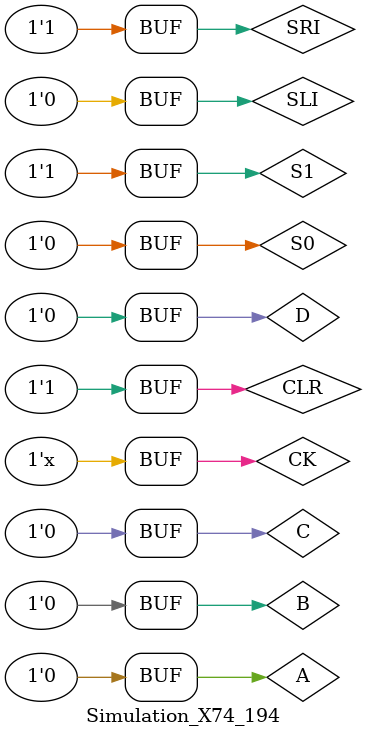
<source format=v>
`timescale 1ns / 1ps


module Simulation_X74_194;

    reg CLR, S1, S0, SRI, SLI, A, B, C, D, CK;
    wire QA, QB, QC, QD;
    
    X74_194 uut(CLR, S1, S0, SRI, SLI, A, B, C, D, CK, QA, QB, QC, QD);
    
    initial begin
        CK = 0;
        
        CLR = 0;
        S1 = 0;
        S0 = 0;
        SRI = 0;
        SLI = 0;
        A = 0;
        B = 0;
        C = 0;
        D = 0;
        
        #100
        CLR = 1;
        S1 = 1;
        S0 = 1;
        SRI = 0;
        SLI = 0;
        A = 1;
        B = 1;
        C = 0;
        D = 1;
        
        #100
        CLR = 1;
        S1 = 0;
        S0 = 1;
        SRI = 1;
        SLI = 0;
        A = 0;
        B = 0;
        C = 0;
        D = 0;    
        
        #200
        CLR = 1;
        S1 = 1;
        S0 = 0;
        SRI = 1;
        SLI = 0;
        A = 0;
        B = 0;
        C = 0;
        D = 0;
        
    end
    
    always begin
    #50 CK = ~CK;
    end
    
endmodule

</source>
